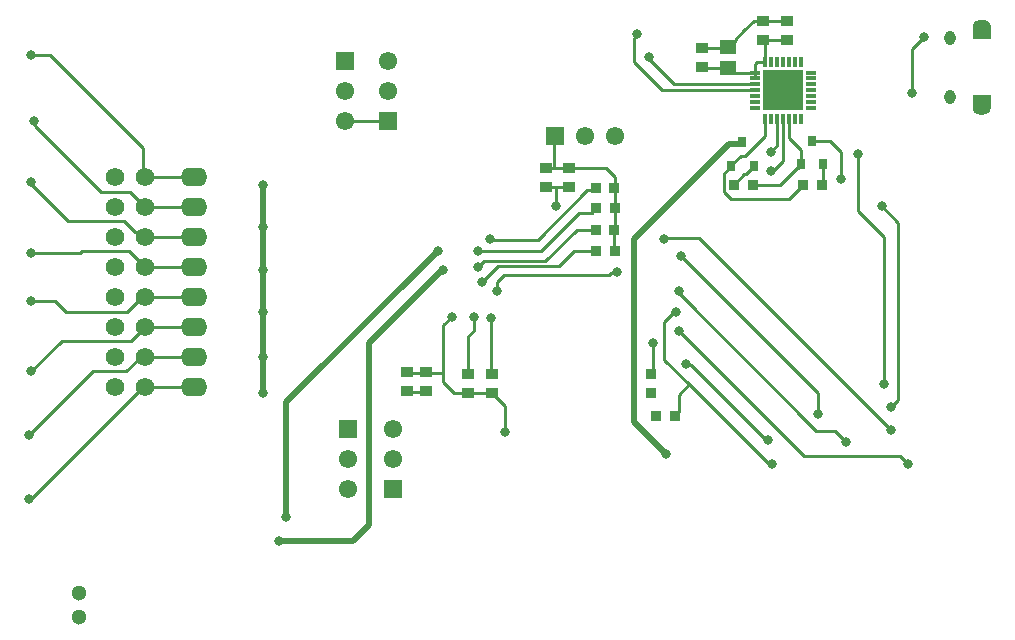
<source format=gbl>
G04*
G04 #@! TF.GenerationSoftware,Altium Limited,Altium Designer,22.11.1 (43)*
G04*
G04 Layer_Physical_Order=4*
G04 Layer_Color=16711680*
%FSLAX44Y44*%
%MOMM*%
G71*
G04*
G04 #@! TF.SameCoordinates,C851D113-A8C7-42F9-9C4B-FB2C255A0ABB*
G04*
G04*
G04 #@! TF.FilePolarity,Positive*
G04*
G01*
G75*
%ADD11C,0.2540*%
%ADD18R,0.9500X0.9500*%
%ADD23R,0.9500X0.9500*%
%ADD25R,1.0000X0.9500*%
%ADD35R,1.4500X1.1500*%
%ADD76C,0.5080*%
%ADD78C,1.3000*%
%ADD79C,1.5500*%
%ADD80R,1.5500X1.5500*%
%ADD81O,0.9500X1.2500*%
%ADD82R,1.5500X1.5500*%
%ADD83C,1.5700*%
%ADD84O,2.2500X1.6000*%
%ADD85C,0.8000*%
%ADD86C,0.5000*%
%ADD96R,0.8000X0.9000*%
%ADD97R,3.3500X3.3500*%
%ADD98R,0.9500X0.3000*%
%ADD99R,0.3000X0.9500*%
G36*
G01X1026360Y1297300D02*
G02X1020860Y1292300I-5250J250D01*
G01X1016360D01*
G02X1010860Y1297300I-250J5250D01*
G01Y1308750D01*
G01X1026360D01*
G01Y1297300D01*
D02*
G37*
G36*
G01X1010860Y1367300D02*
G02X1016360Y1372300I5250J-250D01*
G01X1020860D01*
G02X1026360Y1367300I250J-5250D01*
G01Y1355850D01*
G01X1010860D01*
G01Y1367300D01*
D02*
G37*
D11*
X835360Y1274412D02*
Y1288800D01*
X805977Y1220800D02*
X855360D01*
X818324Y1257376D02*
X835360Y1274412D01*
X814436Y1257376D02*
X818324D01*
X806360Y1249300D02*
X814436Y1257376D01*
X800305Y1226472D02*
X805977Y1220800D01*
X800305Y1226472D02*
Y1242245D01*
X806360Y1248300D01*
Y1248800D01*
X817596Y1241531D02*
X818591D01*
X808865Y1232800D02*
X817596Y1241531D01*
X309860Y1138100D02*
X351860D01*
X294560Y1124800D02*
X307860Y1138100D01*
X233609Y1134800D02*
X243609Y1124800D01*
X294560D01*
X309860Y1112700D02*
X351860D01*
X297960Y1100800D02*
X309860Y1112700D01*
X239860Y1100800D02*
X297960D01*
X309860Y1087300D02*
X351860D01*
X306360D02*
X309860D01*
X293860Y1074800D02*
X306360Y1087300D01*
X265860Y1074800D02*
X293860D01*
X308410Y1061900D02*
X309860D01*
X351860D01*
X409860Y1124800D02*
X409985Y1124675D01*
X588360Y1109382D02*
Y1120800D01*
X583860Y1072800D02*
Y1104882D01*
X562860Y1113800D02*
X569860Y1120800D01*
X583860Y1104882D02*
X588360Y1109382D01*
X562860Y1073550D02*
Y1113800D01*
X547860Y1074050D02*
X548360Y1073550D01*
X547360D02*
X547860Y1074050D01*
X531860D02*
X532360Y1073550D01*
X601860Y1186800D02*
X602299Y1186361D01*
X548360Y1073550D02*
X562860D01*
X532360D02*
X547360D01*
X615360Y1023510D02*
Y1045300D01*
X604110Y1056800D02*
X607590Y1053320D01*
X603860Y1056800D02*
X604110D01*
X603360Y1073300D02*
X603860Y1072800D01*
X583860Y1056800D02*
X583860Y1056800D01*
X572110Y1056800D02*
X583860D01*
X562860Y1066050D02*
X572110Y1056800D01*
X562860Y1066050D02*
Y1073550D01*
X547360Y1057550D02*
X547860Y1058050D01*
X583860Y1056800D02*
X583860Y1056800D01*
X532360Y1057550D02*
X547360D01*
X583860Y1056800D02*
X603860D01*
X531860Y1058050D02*
X532360Y1057550D01*
X607590Y1053070D02*
Y1053320D01*
X591860Y1176800D02*
X645248D01*
X591860Y1163105D02*
X596835Y1168080D01*
X591860Y1162800D02*
Y1163105D01*
X607590Y1053070D02*
X615360Y1045300D01*
X309860Y1214300D02*
X351860D01*
X244604Y1202056D02*
X292604D01*
X302105Y1192555D01*
X302644D02*
X306299Y1188900D01*
X302105Y1192555D02*
X302644D01*
X306299Y1188900D02*
X309860D01*
X351860D01*
X256949Y1176800D02*
X296560D01*
X309860Y1163500D01*
X351860D01*
X307860Y1138100D02*
X309860D01*
X254949Y1174800D02*
X256949Y1176800D01*
X308788Y1240772D02*
Y1263872D01*
Y1240772D02*
X309860Y1239700D01*
X351860D01*
X272932Y1226800D02*
X297360D01*
X309860Y1214300D01*
X215842Y1230817D02*
X244604Y1202056D01*
X213860Y1174800D02*
X254949D01*
X213860Y1134800D02*
X233609D01*
X213860Y1074800D02*
X239860Y1100800D01*
X213310Y966800D02*
X308410Y1061900D01*
X211860Y1020800D02*
X265860Y1074800D01*
X215860Y1286800D02*
X216905Y1285755D01*
Y1282827D02*
Y1285755D01*
X213860Y1233323D02*
Y1234800D01*
Y1233323D02*
X215842Y1231340D01*
Y1230817D02*
Y1231340D01*
X211860Y966800D02*
X213310D01*
X959860Y1347900D02*
X969860Y1357900D01*
X959860Y1310800D02*
Y1347900D01*
X817725Y1363665D02*
Y1363665D01*
X809840Y1355780D02*
X817725Y1363665D01*
X809840Y1354280D02*
Y1355780D01*
X879860Y1038800D02*
Y1056800D01*
X763860Y1172800D02*
X879860Y1056800D01*
X761860Y1141322D02*
X878579Y1024604D01*
X758932Y1036800D02*
X762412Y1040280D01*
X834536Y1018124D02*
X837006D01*
X213860Y1342800D02*
X229860D01*
X308788Y1263872D01*
X216905Y1282827D02*
X272932Y1226800D01*
X772842Y1079818D02*
X834536Y1018124D01*
X770916Y1063744D02*
X838330Y996330D01*
X762412Y1055240D02*
X770916Y1063744D01*
X749860Y1084800D02*
X770916Y1063744D01*
X825610Y1371550D02*
X833610D01*
X778940Y1187720D02*
X941860Y1024800D01*
X761860Y1108800D02*
X867860Y1002800D01*
X817725Y1363665D02*
X825610Y1371550D01*
X762412Y1040280D02*
Y1055240D01*
X833610Y1355550D02*
X853860D01*
X833610Y1371550D02*
X853860D01*
X833610Y1355550D02*
X835360Y1353800D01*
X935860Y1063800D02*
Y1188800D01*
X867860Y1002800D02*
X949760D01*
X947860Y1050800D02*
Y1200800D01*
X878579Y1024604D02*
X894056D01*
X903860Y1014800D01*
X837006Y1018124D02*
X838051Y1017080D01*
X840434Y996330D02*
X840905Y996800D01*
X838330Y996330D02*
X840434D01*
X941860Y1044800D02*
X947860Y1050800D01*
X949760Y1002800D02*
X955760Y996800D01*
X738815Y1072600D02*
X740493Y1074278D01*
Y1098600D01*
X479860Y1286800D02*
X515860D01*
X602299Y1186361D02*
X642566D01*
X595201Y1150800D02*
X608671Y1164270D01*
X596835Y1168080D02*
X649140D01*
X607860Y1142800D02*
Y1150800D01*
X613860Y1156800D01*
X603860Y1072800D02*
X607299Y1076239D01*
X603360Y1073300D02*
Y1120300D01*
X604110Y1072800D02*
X606985Y1075675D01*
X855360Y1272040D02*
X865360Y1262040D01*
X890360Y1270300D02*
X899860Y1260800D01*
X874860Y1270300D02*
X890360D01*
X865360Y1250300D02*
Y1262040D01*
X843536Y1245845D02*
X850360Y1252668D01*
X840905Y1245845D02*
X843536D01*
X839860Y1244800D02*
X840905Y1245845D01*
X826360Y1327800D02*
Y1334800D01*
X807860Y1327800D02*
X826360D01*
X758391Y1317800D02*
X826360D01*
X747860Y1312800D02*
X826360D01*
X884360Y1233800D02*
Y1250300D01*
X883360Y1232800D02*
X884360Y1233800D01*
X855360Y1220800D02*
X867360Y1232800D01*
X824865Y1232800D02*
X847860D01*
X862630Y1247070D02*
X865360Y1249800D01*
X847860Y1232800D02*
X862130Y1247070D01*
X865360Y1249800D02*
Y1250300D01*
X839860Y1260845D02*
X845360Y1266345D01*
X839860Y1260800D02*
Y1260845D01*
X862130Y1247070D02*
X862630D01*
X913860Y1210800D02*
Y1258800D01*
X899860Y1237550D02*
Y1260800D01*
X913860Y1210800D02*
X935860Y1188800D01*
X933860Y1214800D02*
X947860Y1200800D01*
X850360Y1252668D02*
Y1288800D01*
X855360Y1272040D02*
Y1288800D01*
X845360Y1266345D02*
Y1288800D01*
X826360Y1334800D02*
X828360Y1336800D01*
X835360D01*
X825360Y1248300D02*
Y1248800D01*
X818591Y1241531D02*
X825360Y1248300D01*
X826360Y1322800D02*
Y1327800D01*
X805360Y1349800D02*
X809840Y1354280D01*
X803860Y1331800D02*
X807860Y1327800D01*
X802860Y1348800D02*
X803860Y1349800D01*
X782860Y1331800D02*
X803860D01*
X781860Y1348800D02*
X802860D01*
X781860Y1332800D02*
X782860Y1331800D01*
X736860Y1339330D02*
X758391Y1317800D01*
X803860Y1349800D02*
X805360D01*
X835360Y1336800D02*
Y1353800D01*
X750780Y1187720D02*
X778940D01*
X761860Y1141322D02*
Y1142800D01*
X758382Y1124800D02*
X759860D01*
X749860Y1116277D02*
X758382Y1124800D01*
X749860Y1084800D02*
Y1116277D01*
X767860Y1080800D02*
X768842Y1079818D01*
X772842D01*
X709860Y1178800D02*
Y1179050D01*
X707860Y1176800D02*
X709860Y1178800D01*
X707610Y1176800D02*
X709860Y1179050D01*
X707610Y1194800D02*
X707860Y1195050D01*
X707610Y1176800D02*
Y1194800D01*
X749860Y1186800D02*
X750780Y1187720D01*
X675860Y1194800D02*
X691610D01*
X673299Y1176800D02*
X691860D01*
X608671Y1164270D02*
X660769D01*
X708815Y1157755D02*
X709860Y1158800D01*
X703392Y1156800D02*
X704347Y1157755D01*
X708815D01*
X613860Y1156800D02*
X703392D01*
X707860Y1212800D02*
Y1239075D01*
Y1195050D02*
Y1212800D01*
X684538Y1228333D02*
X690098D01*
X677768Y1209320D02*
X688380D01*
X691860Y1212800D01*
X690098Y1228333D02*
X691610Y1229845D01*
X656773Y1273863D02*
X657085Y1274175D01*
X736860Y1339330D02*
Y1340800D01*
X723860Y1336800D02*
X747860Y1312800D01*
X723860Y1356382D02*
X726860Y1359382D01*
X723860Y1336800D02*
Y1356382D01*
X726860Y1359382D02*
Y1360600D01*
X645248Y1176800D02*
X677768Y1209320D01*
X657860Y1214800D02*
Y1230800D01*
X649860D02*
X657860D01*
X642566Y1186361D02*
X684538Y1228333D01*
X660769Y1164270D02*
X673299Y1176800D01*
X649140Y1168080D02*
X675860Y1194800D01*
X657860Y1230800D02*
X668905D01*
X668905Y1230800D01*
X656773Y1247410D02*
Y1273863D01*
Y1247410D02*
X657382Y1246800D01*
X649860D02*
X657382D01*
X700135Y1246800D02*
X707860Y1239075D01*
X668905Y1246800D02*
X700135D01*
X657382Y1246800D02*
X668905D01*
X668905Y1246800D01*
D18*
X691860Y1176800D02*
D03*
X707860D02*
D03*
X758932Y1036800D02*
D03*
X742932D02*
D03*
X691610Y1229845D02*
D03*
X707610D02*
D03*
X691860Y1212800D02*
D03*
X707860D02*
D03*
X691610Y1194800D02*
D03*
X707610D02*
D03*
X824865Y1232800D02*
D03*
X808865D02*
D03*
X867360Y1232800D02*
D03*
X883360D02*
D03*
D23*
X738815Y1056600D02*
D03*
Y1072600D02*
D03*
D25*
X603860Y1056800D02*
D03*
Y1072800D02*
D03*
X583860Y1056800D02*
D03*
Y1072800D02*
D03*
X531860Y1058050D02*
D03*
Y1074050D02*
D03*
X547860Y1058050D02*
D03*
Y1074050D02*
D03*
X668905Y1230800D02*
D03*
Y1246800D02*
D03*
X649860Y1230800D02*
D03*
Y1246800D02*
D03*
X833610Y1355550D02*
D03*
Y1371550D02*
D03*
X853860Y1355550D02*
D03*
Y1371550D02*
D03*
X781860Y1332800D02*
D03*
Y1348800D02*
D03*
D35*
X803860Y1331800D02*
D03*
Y1349800D02*
D03*
D76*
X409922Y1124613D02*
X409985Y1124675D01*
X409922Y1087363D02*
Y1124613D01*
Y1087363D02*
X410047Y1087237D01*
Y1056306D02*
Y1087237D01*
Y1056306D02*
X410110Y1056243D01*
X561860Y1160800D02*
X562860D01*
X499860Y1098800D02*
X561860Y1160800D01*
X429860Y1048800D02*
X557860Y1176800D01*
X409860Y1124800D02*
Y1161050D01*
Y1196800D02*
Y1232800D01*
Y1161050D02*
Y1196800D01*
X723860Y1186800D02*
X781860Y1244800D01*
X723860Y1031872D02*
X750932Y1004800D01*
X499860Y944598D02*
Y1098800D01*
X486062Y930800D02*
X499860Y944598D01*
X429860Y951550D02*
Y1048800D01*
X423371Y930800D02*
X486062D01*
X723860Y1031872D02*
Y1186800D01*
X814630Y1267570D02*
X815860Y1268800D01*
X804630Y1267570D02*
X814630D01*
X781860Y1244800D02*
X804630Y1267570D01*
X781860Y1244800D02*
Y1244800D01*
D78*
X253860Y866800D02*
D03*
Y886800D02*
D03*
D79*
X519860Y1026200D02*
D03*
Y1000800D02*
D03*
X707885Y1274175D02*
D03*
X682485D02*
D03*
X515860Y1337600D02*
D03*
Y1312200D02*
D03*
X479860Y1286800D02*
D03*
Y1312200D02*
D03*
X481860Y975400D02*
D03*
Y1000800D02*
D03*
D80*
X519860Y975400D02*
D03*
X515860Y1286800D02*
D03*
X479860Y1337600D02*
D03*
X481860Y1026200D02*
D03*
D81*
X991610Y1357300D02*
D03*
Y1307300D02*
D03*
D82*
X657085Y1274175D02*
D03*
D83*
X284460Y1061900D02*
D03*
X309860D02*
D03*
X284460Y1087300D02*
D03*
X309860D02*
D03*
X284460Y1112700D02*
D03*
X309860D02*
D03*
X284460Y1138100D02*
D03*
X309860D02*
D03*
X284460Y1163500D02*
D03*
X309860D02*
D03*
X284460Y1188900D02*
D03*
X309860D02*
D03*
X284460Y1214300D02*
D03*
X309860D02*
D03*
X284460Y1239700D02*
D03*
X309860D02*
D03*
D84*
X351860Y1087300D02*
D03*
Y1138100D02*
D03*
Y1163500D02*
D03*
Y1239700D02*
D03*
Y1214300D02*
D03*
Y1188900D02*
D03*
Y1112700D02*
D03*
Y1061900D02*
D03*
D85*
X959860Y1310800D02*
D03*
X933860Y1214800D02*
D03*
X913860Y1258800D02*
D03*
X899860Y1237550D02*
D03*
X955760Y996800D02*
D03*
X838051Y1017080D02*
D03*
X767860Y1080800D02*
D03*
X763860Y1172800D02*
D03*
X840905Y996800D02*
D03*
X761860Y1142800D02*
D03*
X759860Y1124800D02*
D03*
X750932Y1004800D02*
D03*
X761860Y1108800D02*
D03*
X709860Y1158800D02*
D03*
X615360Y1023510D02*
D03*
X740493Y1098600D02*
D03*
X749860Y1186800D02*
D03*
X213860Y1074800D02*
D03*
X211860Y966800D02*
D03*
X429860Y951550D02*
D03*
X423371Y930800D02*
D03*
X591860Y1162800D02*
D03*
X562860Y1160800D02*
D03*
X557860Y1176800D02*
D03*
X409860Y1196800D02*
D03*
Y1232800D02*
D03*
Y1161050D02*
D03*
X591860Y1176800D02*
D03*
X657860Y1214800D02*
D03*
X736860Y1340800D02*
D03*
X588360Y1120800D02*
D03*
X409860Y1124800D02*
D03*
X969860Y1357900D02*
D03*
X839860Y1260800D02*
D03*
X726860Y1360600D02*
D03*
X839860Y1244800D02*
D03*
X941860Y1044800D02*
D03*
X935860Y1063800D02*
D03*
X903860Y1014800D02*
D03*
X879860Y1038800D02*
D03*
X941860Y1024800D02*
D03*
X569860Y1120800D02*
D03*
X211860Y1020800D02*
D03*
X215860Y1286800D02*
D03*
X213860Y1234800D02*
D03*
Y1174800D02*
D03*
Y1342800D02*
D03*
Y1134800D02*
D03*
X601860Y1186800D02*
D03*
X603360Y1120300D02*
D03*
X595201Y1150800D02*
D03*
X607860Y1142800D02*
D03*
X409985Y1087300D02*
D03*
X410110Y1056243D02*
D03*
D86*
X839360Y1301800D02*
D03*
X850360D02*
D03*
X861360D02*
D03*
X839360Y1312800D02*
D03*
X850360D02*
D03*
X861360D02*
D03*
X839360Y1323800D02*
D03*
X850360D02*
D03*
X861360D02*
D03*
D96*
X884360Y1250300D02*
D03*
X865360D02*
D03*
X874860Y1270300D02*
D03*
X825360Y1248800D02*
D03*
X806360D02*
D03*
X815860Y1268800D02*
D03*
D97*
X850360Y1312800D02*
D03*
D98*
X826360Y1297800D02*
D03*
Y1302800D02*
D03*
Y1307800D02*
D03*
Y1312800D02*
D03*
Y1317800D02*
D03*
Y1322800D02*
D03*
Y1327800D02*
D03*
X874360D02*
D03*
Y1322800D02*
D03*
Y1317800D02*
D03*
Y1312800D02*
D03*
Y1307800D02*
D03*
Y1302800D02*
D03*
Y1297800D02*
D03*
D99*
X835360Y1336800D02*
D03*
X840360D02*
D03*
X845360D02*
D03*
X850360D02*
D03*
X855360D02*
D03*
X860360D02*
D03*
X865360D02*
D03*
Y1288800D02*
D03*
X860360D02*
D03*
X855360D02*
D03*
X850360D02*
D03*
X845360D02*
D03*
X840360D02*
D03*
X835360D02*
D03*
M02*

</source>
